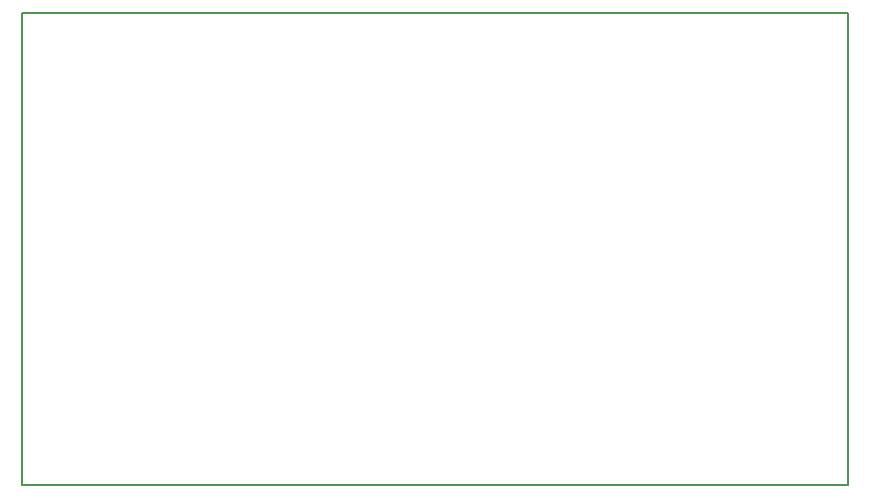
<source format=gbr>
G04 #@! TF.FileFunction,Other,Comment*
%FSLAX46Y46*%
G04 Gerber Fmt 4.6, Leading zero omitted, Abs format (unit mm)*
G04 Created by KiCad (PCBNEW 4.0.5-e0-6337~49~ubuntu14.04.1) date Mon Feb 13 19:11:43 2017*
%MOMM*%
%LPD*%
G01*
G04 APERTURE LIST*
%ADD10C,0.150000*%
G04 APERTURE END LIST*
D10*
X113080800Y-121716800D02*
X183057800Y-121716800D01*
X183057800Y-81711800D02*
X183057800Y-121711800D01*
X113080800Y-81711800D02*
X113080800Y-121711800D01*
X113080800Y-81711800D02*
X183080800Y-81711800D01*
M02*

</source>
